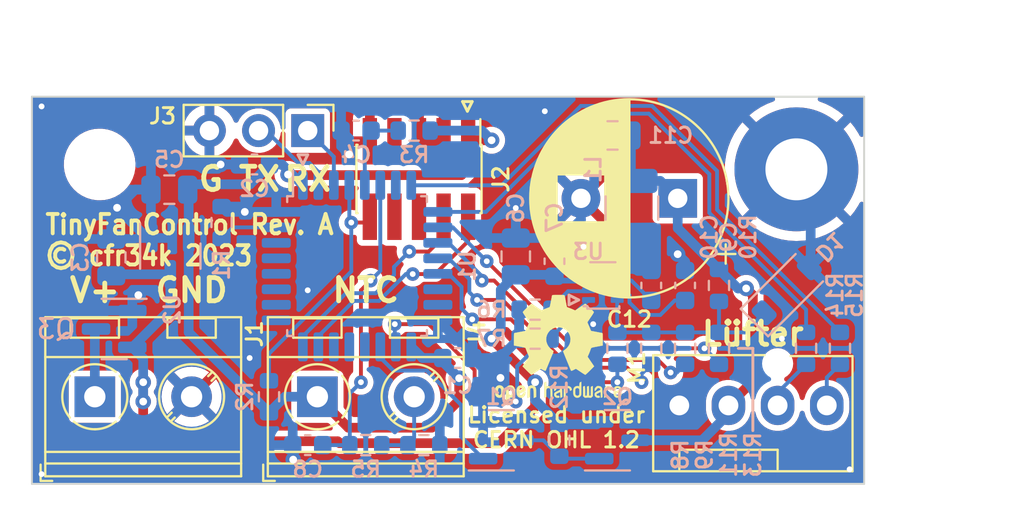
<source format=kicad_pcb>
(kicad_pcb (version 20221018) (generator pcbnew)

  (general
    (thickness 1.6)
  )

  (paper "A4")
  (title_block
    (comment 4 "AISLER Project ID: MHHVKACR")
  )

  (layers
    (0 "F.Cu" signal)
    (31 "B.Cu" signal)
    (32 "B.Adhes" user "B.Adhesive")
    (33 "F.Adhes" user "F.Adhesive")
    (34 "B.Paste" user)
    (35 "F.Paste" user)
    (36 "B.SilkS" user "B.Silkscreen")
    (37 "F.SilkS" user "F.Silkscreen")
    (38 "B.Mask" user)
    (39 "F.Mask" user)
    (40 "Dwgs.User" user "User.Drawings")
    (41 "Cmts.User" user "User.Comments")
    (42 "Eco1.User" user "User.Eco1")
    (43 "Eco2.User" user "User.Eco2")
    (44 "Edge.Cuts" user)
    (45 "Margin" user)
    (46 "B.CrtYd" user "B.Courtyard")
    (47 "F.CrtYd" user "F.Courtyard")
    (48 "B.Fab" user)
    (49 "F.Fab" user)
    (50 "User.1" user)
    (51 "User.2" user)
    (52 "User.3" user)
    (53 "User.4" user)
    (54 "User.5" user)
    (55 "User.6" user)
    (56 "User.7" user)
    (57 "User.8" user)
    (58 "User.9" user)
  )

  (setup
    (pad_to_mask_clearance 0)
    (pcbplotparams
      (layerselection 0x00010fc_ffffffff)
      (plot_on_all_layers_selection 0x0000000_00000000)
      (disableapertmacros false)
      (usegerberextensions false)
      (usegerberattributes true)
      (usegerberadvancedattributes true)
      (creategerberjobfile true)
      (dashed_line_dash_ratio 12.000000)
      (dashed_line_gap_ratio 3.000000)
      (svgprecision 4)
      (plotframeref false)
      (viasonmask false)
      (mode 1)
      (useauxorigin false)
      (hpglpennumber 1)
      (hpglpenspeed 20)
      (hpglpendiameter 15.000000)
      (dxfpolygonmode true)
      (dxfimperialunits true)
      (dxfusepcbnewfont true)
      (psnegative false)
      (psa4output false)
      (plotreference true)
      (plotvalue true)
      (plotinvisibletext false)
      (sketchpadsonfab false)
      (subtractmaskfromsilk false)
      (outputformat 1)
      (mirror false)
      (drillshape 0)
      (scaleselection 1)
      (outputdirectory "gerber")
    )
  )

  (net 0 "")
  (net 1 "+3.3V")
  (net 2 "GND")
  (net 3 "+12V")
  (net 4 "Net-(U1-VDDA)")
  (net 5 "/NTC_IN")
  (net 6 "Net-(U3-SS)")
  (net 7 "Net-(U3-BST)")
  (net 8 "Net-(M1-+)")
  (net 9 "Net-(D1-K)")
  (net 10 "/SWDIO")
  (net 11 "/SWDCLK")
  (net 12 "unconnected-(J2-SWO{slash}TDO-Pad6)")
  (net 13 "unconnected-(J2-KEY-Pad7)")
  (net 14 "unconnected-(J2-NC{slash}TDI-Pad8)")
  (net 15 "/RESET_N")
  (net 16 "/UART_TX")
  (net 17 "/UART_RX")
  (net 18 "Net-(J4-Pin_2)")
  (net 19 "Net-(M1-Tacho)")
  (net 20 "Net-(M1-PWM)")
  (net 21 "/DC_DC_BYPASS")
  (net 22 "Net-(Q1-D)")
  (net 23 "Net-(U1-BOOT0)")
  (net 24 "/DC_DC_EN")
  (net 25 "Net-(U3-RT)")
  (net 26 "/DC_CTRL_FB0")
  (net 27 "/DC_CTRL_FB1")
  (net 28 "/DC_CTRL_FB2")
  (net 29 "/DC_CTRL_FB3")
  (net 30 "/TACHO")
  (net 31 "/PWM_CTRL")
  (net 32 "unconnected-(U1-PA1-Pad7)")
  (net 33 "unconnected-(U1-PB0-Pad14)")
  (net 34 "unconnected-(U1-PB1-Pad15)")
  (net 35 "unconnected-(U1-PA10-Pad20)")
  (net 36 "unconnected-(U1-PA11-Pad21)")
  (net 37 "unconnected-(U1-PA12-Pad22)")
  (net 38 "unconnected-(U1-PA15-Pad25)")
  (net 39 "unconnected-(U1-PB3-Pad26)")
  (net 40 "unconnected-(U1-PB4-Pad27)")
  (net 41 "unconnected-(U1-PB5-Pad28)")
  (net 42 "unconnected-(U1-PB6-Pad29)")
  (net 43 "unconnected-(U1-PB7-Pad30)")
  (net 44 "/SW")
  (net 45 "Net-(J1-Pin_1)")

  (footprint "MountingHole:MountingHole_3.2mm_M3" (layer "F.Cu") (at 205 44.5))

  (footprint "TerminalBlock_RND:TerminalBlock_RND_205-00045_1x02_P5.00mm_Horizontal" (layer "F.Cu") (at 204.75 56.5))

  (footprint "Connector_PinHeader_2.54mm:PinHeader_1x03_P2.54mm_Vertical" (layer "F.Cu") (at 215.75 42.75 -90))

  (footprint "Connector:FanPinHeader_1x04_P2.54mm_Vertical" (layer "F.Cu") (at 234.95 56.95))

  (footprint "Symbol:OSHW-Logo2_7.3x6mm_SilkScreen" (layer "F.Cu") (at 228.7 54))

  (footprint "MountingHole:MountingHole_3.2mm_M3_Pad" (layer "F.Cu") (at 241 44.75))

  (footprint "Capacitor_THT:CP_Radial_D10.0mm_P5.00mm" (layer "F.Cu") (at 234.867677 46.25 180))

  (footprint "Connector_PinHeader_1.27mm:PinHeader_2x05_P1.27mm_Vertical_SMD" (layer "F.Cu") (at 221.5 45.25 -90))

  (footprint "TerminalBlock_RND:TerminalBlock_RND_205-00045_1x02_P5.00mm_Horizontal" (layer "F.Cu") (at 216.25 56.5))

  (footprint "Resistor_SMD:R_0603_1608Metric" (layer "B.Cu") (at 227.5 53.5 180))

  (footprint "Inductor_SMD:L_1210_3225Metric" (layer "B.Cu") (at 232.5 46.75 90))

  (footprint "Capacitor_SMD:C_0603_1608Metric" (layer "B.Cu") (at 215.75 59 180))

  (footprint "Capacitor_SMD:C_0603_1608Metric" (layer "B.Cu") (at 218.25 42.75))

  (footprint "Package_TO_SOT_SMD:SOT-23" (layer "B.Cu") (at 205.75 53 180))

  (footprint "Resistor_SMD:R_0603_1608Metric" (layer "B.Cu") (at 213.75 56.5 90))

  (footprint "Capacitor_SMD:C_0805_2012Metric" (layer "B.Cu") (at 231.5 43 180))

  (footprint "Package_QFP:LQFP-32_7x7mm_P0.8mm" (layer "B.Cu") (at 218.3 49.75 -90))

  (footprint "Resistor_SMD:R_0603_1608Metric" (layer "B.Cu") (at 221.75 59))

  (footprint "Resistor_SMD:R_0603_1608Metric" (layer "B.Cu") (at 233.5 54 -90))

  (footprint "Capacitor_SMD:C_0603_1608Metric" (layer "B.Cu") (at 213 44.5 180))

  (footprint "Capacitor_SMD:C_0805_2012Metric" (layer "B.Cu") (at 208.6 45.8 180))

  (footprint "Package_TO_SOT_SMD:SOT-23" (layer "B.Cu") (at 225.75 58.75))

  (footprint "Resistor_SMD:R_0603_1608Metric" (layer "B.Cu") (at 211.3 47.5 90))

  (footprint "Resistor_SMD:R_0603_1608Metric" (layer "B.Cu") (at 231.75 54 -90))

  (footprint "Capacitor_SMD:C_0603_1608Metric" (layer "B.Cu") (at 228.5 49.5 90))

  (footprint "Capacitor_SMD:C_0805_2012Metric" (layer "B.Cu") (at 205.6 49.3 90))

  (footprint "Capacitor_SMD:C_0603_1608Metric" (layer "B.Cu") (at 223.5 54.5))

  (footprint "Package_TO_SOT_SMD:SOT-583-8" (layer "B.Cu") (at 231 50.75))

  (footprint "Package_TO_SOT_SMD:SOT-23" (layer "B.Cu")
    (tstamp abed8796-9b2c-45ac-bfb5-92c3f42995ae)
    (at 231.75 58.75)
    (descr "SOT, 3 Pin (https://www.jedec.org/system/files/docs/to-236h.pdf variant AB), generated with kicad-footprint-generator ipc_gullwing_generator.py")
    (tags "SOT TO_SOT_SMD")
    (property "Sheetfile" "TinyFanControl.kicad_sch")
    (property "Sheetname" "")
    (property "ki_description" "-3.8A Id, -30V Vds, P-Channel MOSFET, SOT-23")
    (property "ki_keywords" "P-Channel MOSFET")
    (path "/35b2bb7f-4c8b-4e83-8e88-5fd74b7f1dcb")
    (attr smd)
    (fp_text reference "Q2" (at 0 -2.25 unlocked) (layer "B.SilkS")
        (effects (font (size 0.8 0.8) (thickness 0.15)) (justify mirror))
      (tstamp 26e7fd7f-2776-4694-84c4-646992556012)
    )
    (fp_text value "DMP3099L" (at 0 -2.4) (layer "B.Fab")
        (effects (font (size 1 1) (thickness 0.15)) (justify mirror))
      (tstamp 0b859a1a-88b3-48f7-a718-bd65c0a4bd37)
    )
    (fp_text user "${REFERENCE}" (at 0 0) (layer "B.Fab")
        (effects (font (size 0.32 0.32) (thickness 0.05)) (justify mirror))
      (tstamp 2109c710-773b-468a-9eb1-aaf63771aafd)
    )
    (fp_line (start 0 -1.56) (end -0.65 -1.56)
      (stroke (width 0.12) (type solid)) (layer "B.SilkS") (tstamp 2a3eca2c-794e-40c4-b9ed-ff95d353dc63))
    (fp_line (start 0 -1.56) (end 0.65 -1.56)
      (stroke (width 0.12) (type solid)) (layer "B.SilkS") (tstamp 22096d6c-3e9c-4466-9f62-6b1f88837f7f))
    (fp_line (start 0 1.56) (end -1.675 1.56)
      (stroke (width 0.12) (type solid)) (layer "B.SilkS") (tstamp 0f8ae10e-367a-4069-b111-50dc3e331e8b))
    (fp_line (start 0 1.56) (end 0.65 1.56)
      (stroke (width 0.12) (type solid)) (layer "B.SilkS") (tstamp 2db348b9-2f58-4b78-b80c-0dac0b9faa3d))
    (fp_line (start -1.92 -1.7) (end 1.92 -1.7)
      (stroke (width 0.05) (type solid)) (layer "B.CrtYd") (tstamp 6ba9ecd4-1dae-4012-b37f-fa9d2c0f9190))
    (fp_line (start -1.92 1.7) (end -1.92 -1.7)
      (stroke (width 0.05) (type solid)) (layer "B.CrtYd") (tstamp 5ef60247-03c5-4d6d-b69d-ba0fc3133b0a))
    (fp_line (start 1.92 -1.7) (end 1.92 1.7)
      (stroke (width 0.05) (type solid)) (layer "B.CrtYd") (tstamp f64df3f5-237f-45e1-aace-c0def1452ce3))
    (fp_line (start 1.92 1.7) (end -1.92 1.7)
    
... [286430 chars truncated]
</source>
